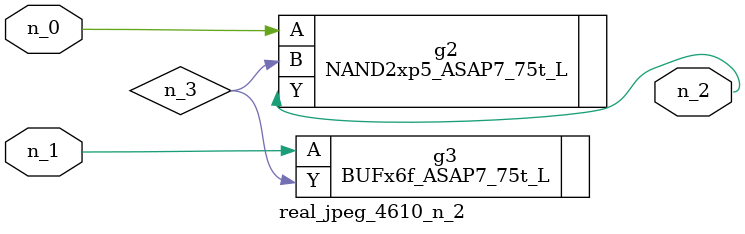
<source format=v>
module real_jpeg_4610_n_2 (n_1, n_0, n_2);

input n_1;
input n_0;

output n_2;

wire n_3;

NAND2xp5_ASAP7_75t_L g2 ( 
.A(n_0),
.B(n_3),
.Y(n_2)
);

BUFx6f_ASAP7_75t_L g3 ( 
.A(n_1),
.Y(n_3)
);


endmodule
</source>
